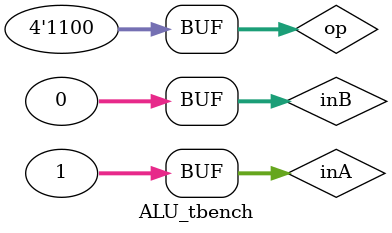
<source format=v>
`timescale 1ns/1ns

module ALU_tbench();
    parameter N = 32;

    reg [31 : 0] inA;
    reg [31 : 0] inB;
    wire  [31 : 0] out;
    reg [3 : 0] op;
    wire zero;

    ALU #(.N( N )) ALU_t (inA, inB, op, out, zero);

    initial begin
        //$dumpfile("alu_dumb.vcd");
        //$dumpvars(0, ALU_tbench)
        op = 4'b0; //AND
        inA = 32'b1;
        inB = 32'b11;
        
        #10 
        op = 4'b1; //OR
        inA = 32'b101;
        inB = 32'b010;
        
        #10 
        op = 4'b10; //ADD
        inA = 32'h3;
        inB = 32'h5;
        
        #10
        op = 4'b110; //SUB
        inA = 32'h7;
        inB = 32'h2;
        
        #10
        op = 4'b111; //SLT
        inA = 32'b1;
        inB = 32'b0;
        
        #10
        op = 4'b1100; //NOR
        inA = 32'b1;
        inB = 32'b0;
        
    end
endmodule



</source>
